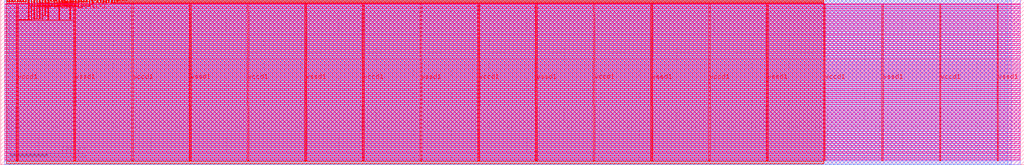
<source format=lef>
VERSION 5.7 ;
  NOWIREEXTENSIONATPIN ON ;
  DIVIDERCHAR "/" ;
  BUSBITCHARS "[]" ;
MACRO tt_um_as1802
  CLASS BLOCK ;
  FOREIGN tt_um_as1802 ;
  ORIGIN 0.000 0.000 ;
  SIZE 1362.520 BY 220.320 ;
  PIN clk
    DIRECTION INPUT ;
    USE SIGNAL ;
    PORT
      LAYER met4 ;
        RECT 158.550 219.150 158.850 220.320 ;
    END
  END clk
  PIN ena
    DIRECTION INPUT ;
    USE SIGNAL ;
    PORT
      LAYER met4 ;
        RECT 162.230 219.320 162.530 220.320 ;
    END
  END ena
  PIN rst_n
    DIRECTION INPUT ;
    USE SIGNAL ;
    PORT
      LAYER met4 ;
        RECT 154.870 218.100 155.170 220.320 ;
    END
  END rst_n
  PIN ui_in[0]
    DIRECTION INPUT ;
    USE SIGNAL ;
    PORT
      LAYER met4 ;
        RECT 151.190 216.740 151.490 220.320 ;
    END
  END ui_in[0]
  PIN ui_in[1]
    DIRECTION INPUT ;
    USE SIGNAL ;
    PORT
      LAYER met4 ;
        RECT 147.510 215.380 147.810 220.320 ;
    END
  END ui_in[1]
  PIN ui_in[2]
    DIRECTION INPUT ;
    USE SIGNAL ;
    PORT
      LAYER met4 ;
        RECT 143.830 216.740 144.130 220.320 ;
    END
  END ui_in[2]
  PIN ui_in[3]
    DIRECTION INPUT ;
    USE SIGNAL ;
    PORT
      LAYER met4 ;
        RECT 140.150 215.380 140.450 220.320 ;
    END
  END ui_in[3]
  PIN ui_in[4]
    DIRECTION INPUT ;
    USE SIGNAL ;
    PORT
      LAYER met4 ;
        RECT 136.470 215.380 136.770 220.320 ;
    END
  END ui_in[4]
  PIN ui_in[5]
    DIRECTION INPUT ;
    USE SIGNAL ;
    PORT
      LAYER met4 ;
        RECT 132.790 216.740 133.090 220.320 ;
    END
  END ui_in[5]
  PIN ui_in[6]
    DIRECTION INPUT ;
    USE SIGNAL ;
    PORT
      LAYER met4 ;
        RECT 129.110 216.740 129.410 220.320 ;
    END
  END ui_in[6]
  PIN ui_in[7]
    DIRECTION INPUT ;
    USE SIGNAL ;
    PORT
      LAYER met4 ;
        RECT 125.430 219.320 125.730 220.320 ;
    END
  END ui_in[7]
  PIN uio_in[0]
    DIRECTION INPUT ;
    USE SIGNAL ;
    PORT
      LAYER met4 ;
        RECT 121.750 214.020 122.050 220.320 ;
    END
  END uio_in[0]
  PIN uio_in[1]
    DIRECTION INPUT ;
    USE SIGNAL ;
    PORT
      LAYER met4 ;
        RECT 118.070 214.020 118.370 220.320 ;
    END
  END uio_in[1]
  PIN uio_in[2]
    DIRECTION INPUT ;
    USE SIGNAL ;
    PORT
      LAYER met4 ;
        RECT 114.390 218.100 114.690 220.320 ;
    END
  END uio_in[2]
  PIN uio_in[3]
    DIRECTION INPUT ;
    USE SIGNAL ;
    PORT
      LAYER met4 ;
        RECT 110.710 218.780 111.010 220.320 ;
    END
  END uio_in[3]
  PIN uio_in[4]
    DIRECTION INPUT ;
    USE SIGNAL ;
    PORT
      LAYER met4 ;
        RECT 107.030 218.780 107.330 220.320 ;
    END
  END uio_in[4]
  PIN uio_in[5]
    DIRECTION INPUT ;
    USE SIGNAL ;
    PORT
      LAYER met4 ;
        RECT 103.350 211.300 103.650 220.320 ;
    END
  END uio_in[5]
  PIN uio_in[6]
    DIRECTION INPUT ;
    USE SIGNAL ;
    PORT
      LAYER met4 ;
        RECT 99.670 216.060 99.970 220.320 ;
    END
  END uio_in[6]
  PIN uio_in[7]
    DIRECTION INPUT ;
    USE SIGNAL ;
    PORT
      LAYER met4 ;
        RECT 95.990 218.780 96.290 220.320 ;
    END
  END uio_in[7]
  PIN uio_oe[0]
    DIRECTION OUTPUT TRISTATE ;
    USE SIGNAL ;
    PORT
      LAYER met4 ;
        RECT 33.430 218.100 33.730 220.320 ;
    END
  END uio_oe[0]
  PIN uio_oe[1]
    DIRECTION OUTPUT TRISTATE ;
    USE SIGNAL ;
    PORT
      LAYER met4 ;
        RECT 29.750 218.780 30.050 220.320 ;
    END
  END uio_oe[1]
  PIN uio_oe[2]
    DIRECTION OUTPUT TRISTATE ;
    USE SIGNAL ;
    PORT
      LAYER met4 ;
        RECT 26.070 218.780 26.370 220.320 ;
    END
  END uio_oe[2]
  PIN uio_oe[3]
    DIRECTION OUTPUT TRISTATE ;
    USE SIGNAL ;
    PORT
      LAYER met4 ;
        RECT 22.390 218.100 22.690 220.320 ;
    END
  END uio_oe[3]
  PIN uio_oe[4]
    DIRECTION OUTPUT TRISTATE ;
    USE SIGNAL ;
    PORT
      LAYER met4 ;
        RECT 18.710 218.100 19.010 220.320 ;
    END
  END uio_oe[4]
  PIN uio_oe[5]
    DIRECTION OUTPUT TRISTATE ;
    USE SIGNAL ;
    PORT
      LAYER met4 ;
        RECT 15.030 218.780 15.330 220.320 ;
    END
  END uio_oe[5]
  PIN uio_oe[6]
    DIRECTION OUTPUT TRISTATE ;
    USE SIGNAL ;
    PORT
      LAYER met4 ;
        RECT 11.350 218.780 11.650 220.320 ;
    END
  END uio_oe[6]
  PIN uio_oe[7]
    DIRECTION OUTPUT TRISTATE ;
    USE SIGNAL ;
    PORT
      LAYER met4 ;
        RECT 7.670 218.780 7.970 220.320 ;
    END
  END uio_oe[7]
  PIN uio_out[0]
    DIRECTION OUTPUT TRISTATE ;
    USE SIGNAL ;
    PORT
      LAYER met4 ;
        RECT 62.870 193.620 63.170 220.320 ;
    END
  END uio_out[0]
  PIN uio_out[1]
    DIRECTION OUTPUT TRISTATE ;
    USE SIGNAL ;
    PORT
      LAYER met4 ;
        RECT 59.190 199.740 59.490 220.320 ;
    END
  END uio_out[1]
  PIN uio_out[2]
    DIRECTION OUTPUT TRISTATE ;
    USE SIGNAL ;
    PORT
      LAYER met4 ;
        RECT 55.510 193.620 55.810 220.320 ;
    END
  END uio_out[2]
  PIN uio_out[3]
    DIRECTION OUTPUT TRISTATE ;
    USE SIGNAL ;
    PORT
      LAYER met4 ;
        RECT 51.830 194.980 52.130 220.320 ;
    END
  END uio_out[3]
  PIN uio_out[4]
    DIRECTION OUTPUT TRISTATE ;
    USE SIGNAL ;
    PORT
      LAYER met4 ;
        RECT 48.150 195.660 48.450 220.320 ;
    END
  END uio_out[4]
  PIN uio_out[5]
    DIRECTION OUTPUT TRISTATE ;
    USE SIGNAL ;
    PORT
      LAYER met4 ;
        RECT 44.470 193.620 44.770 220.320 ;
    END
  END uio_out[5]
  PIN uio_out[6]
    DIRECTION OUTPUT TRISTATE ;
    USE SIGNAL ;
    PORT
      LAYER met4 ;
        RECT 40.790 193.620 41.090 220.320 ;
    END
  END uio_out[6]
  PIN uio_out[7]
    DIRECTION OUTPUT TRISTATE ;
    USE SIGNAL ;
    PORT
      LAYER met4 ;
        RECT 37.110 194.300 37.410 220.320 ;
    END
  END uio_out[7]
  PIN uo_out[0]
    DIRECTION OUTPUT TRISTATE ;
    USE SIGNAL ;
    PORT
      LAYER met4 ;
        RECT 92.310 193.620 92.610 220.320 ;
    END
  END uo_out[0]
  PIN uo_out[1]
    DIRECTION OUTPUT TRISTATE ;
    USE SIGNAL ;
    PORT
      LAYER met4 ;
        RECT 88.630 214.700 88.930 220.320 ;
    END
  END uo_out[1]
  PIN uo_out[2]
    DIRECTION OUTPUT TRISTATE ;
    USE SIGNAL ;
    PORT
      LAYER met4 ;
        RECT 84.950 218.780 85.250 220.320 ;
    END
  END uo_out[2]
  PIN uo_out[3]
    DIRECTION OUTPUT TRISTATE ;
    USE SIGNAL ;
    PORT
      LAYER met4 ;
        RECT 81.270 218.780 81.570 220.320 ;
    END
  END uo_out[3]
  PIN uo_out[4]
    DIRECTION OUTPUT TRISTATE ;
    USE SIGNAL ;
    PORT
      LAYER met4 ;
        RECT 77.590 193.620 77.890 220.320 ;
    END
  END uo_out[4]
  PIN uo_out[5]
    DIRECTION OUTPUT TRISTATE ;
    USE SIGNAL ;
    PORT
      LAYER met4 ;
        RECT 73.910 218.780 74.210 220.320 ;
    END
  END uo_out[5]
  PIN uo_out[6]
    DIRECTION OUTPUT TRISTATE ;
    USE SIGNAL ;
    PORT
      LAYER met4 ;
        RECT 70.230 218.780 70.530 220.320 ;
    END
  END uo_out[6]
  PIN uo_out[7]
    DIRECTION OUTPUT TRISTATE ;
    USE SIGNAL ;
    PORT
      LAYER met4 ;
        RECT 66.550 218.780 66.850 220.320 ;
    END
  END uo_out[7]
  PIN vccd1
    DIRECTION INOUT ;
    USE POWER ;
    PORT
      LAYER met4 ;
        RECT 21.040 5.200 22.640 215.120 ;
    END
    PORT
      LAYER met4 ;
        RECT 174.640 5.200 176.240 215.120 ;
    END
    PORT
      LAYER met4 ;
        RECT 328.240 5.200 329.840 215.120 ;
    END
    PORT
      LAYER met4 ;
        RECT 481.840 5.200 483.440 215.120 ;
    END
    PORT
      LAYER met4 ;
        RECT 635.440 5.200 637.040 215.120 ;
    END
    PORT
      LAYER met4 ;
        RECT 789.040 5.200 790.640 215.120 ;
    END
    PORT
      LAYER met4 ;
        RECT 942.640 5.200 944.240 215.120 ;
    END
    PORT
      LAYER met4 ;
        RECT 1096.240 5.200 1097.840 215.120 ;
    END
    PORT
      LAYER met4 ;
        RECT 1249.840 5.200 1251.440 215.120 ;
    END
  END vccd1
  PIN vssd1
    DIRECTION INOUT ;
    USE GROUND ;
    PORT
      LAYER met4 ;
        RECT 97.840 5.200 99.440 215.120 ;
    END
    PORT
      LAYER met4 ;
        RECT 251.440 5.200 253.040 215.120 ;
    END
    PORT
      LAYER met4 ;
        RECT 405.040 5.200 406.640 215.120 ;
    END
    PORT
      LAYER met4 ;
        RECT 558.640 5.200 560.240 215.120 ;
    END
    PORT
      LAYER met4 ;
        RECT 712.240 5.200 713.840 215.120 ;
    END
    PORT
      LAYER met4 ;
        RECT 865.840 5.200 867.440 215.120 ;
    END
    PORT
      LAYER met4 ;
        RECT 1019.440 5.200 1021.040 215.120 ;
    END
    PORT
      LAYER met4 ;
        RECT 1173.040 5.200 1174.640 215.120 ;
    END
    PORT
      LAYER met4 ;
        RECT 1326.640 5.200 1328.240 215.120 ;
    END
  END vssd1
  OBS
      LAYER nwell ;
        RECT 5.330 213.465 1357.190 215.070 ;
        RECT 5.330 208.025 1357.190 210.855 ;
        RECT 5.330 202.585 1357.190 205.415 ;
        RECT 5.330 197.145 1357.190 199.975 ;
        RECT 5.330 191.705 1357.190 194.535 ;
        RECT 5.330 186.265 1357.190 189.095 ;
        RECT 5.330 180.825 1357.190 183.655 ;
        RECT 5.330 175.385 1357.190 178.215 ;
        RECT 5.330 169.945 1357.190 172.775 ;
        RECT 5.330 164.505 1357.190 167.335 ;
        RECT 5.330 159.065 1357.190 161.895 ;
        RECT 5.330 153.625 1357.190 156.455 ;
        RECT 5.330 148.185 1357.190 151.015 ;
        RECT 5.330 142.745 1357.190 145.575 ;
        RECT 5.330 137.305 1357.190 140.135 ;
        RECT 5.330 131.865 1357.190 134.695 ;
        RECT 5.330 126.425 1357.190 129.255 ;
        RECT 5.330 120.985 1357.190 123.815 ;
        RECT 5.330 115.545 1357.190 118.375 ;
        RECT 5.330 110.105 1357.190 112.935 ;
        RECT 5.330 104.665 1357.190 107.495 ;
        RECT 5.330 99.225 1357.190 102.055 ;
        RECT 5.330 93.785 1357.190 96.615 ;
        RECT 5.330 88.345 1357.190 91.175 ;
        RECT 5.330 82.905 1357.190 85.735 ;
        RECT 5.330 77.465 1357.190 80.295 ;
        RECT 5.330 72.025 1357.190 74.855 ;
        RECT 5.330 66.585 1357.190 69.415 ;
        RECT 5.330 61.145 1357.190 63.975 ;
        RECT 5.330 55.705 1357.190 58.535 ;
        RECT 5.330 50.265 1357.190 53.095 ;
        RECT 5.330 44.825 1357.190 47.655 ;
        RECT 5.330 39.385 1357.190 42.215 ;
        RECT 5.330 33.945 1357.190 36.775 ;
        RECT 5.330 28.505 1357.190 31.335 ;
        RECT 5.330 23.065 1357.190 25.895 ;
        RECT 5.330 17.625 1357.190 20.455 ;
        RECT 5.330 12.185 1357.190 15.015 ;
        RECT 5.330 6.745 1357.190 9.575 ;
      LAYER li1 ;
        RECT 5.520 5.355 1357.000 214.965 ;
      LAYER met1 ;
        RECT 5.520 0.040 1357.000 220.280 ;
      LAYER met2 ;
        RECT 10.670 0.010 1344.940 220.310 ;
      LAYER met3 ;
        RECT 7.630 0.175 1340.375 220.145 ;
      LAYER met4 ;
        RECT 8.370 218.380 10.950 220.145 ;
        RECT 12.050 218.380 14.630 220.145 ;
        RECT 15.730 218.380 18.310 220.145 ;
        RECT 7.655 217.700 18.310 218.380 ;
        RECT 19.410 217.700 21.990 220.145 ;
        RECT 23.090 218.380 25.670 220.145 ;
        RECT 26.770 218.380 29.350 220.145 ;
        RECT 30.450 218.380 33.030 220.145 ;
        RECT 23.090 217.700 33.030 218.380 ;
        RECT 34.130 217.700 36.710 220.145 ;
        RECT 7.655 215.520 36.710 217.700 ;
        RECT 7.655 4.800 20.640 215.520 ;
        RECT 23.040 193.900 36.710 215.520 ;
        RECT 37.810 193.900 40.390 220.145 ;
        RECT 23.040 193.220 40.390 193.900 ;
        RECT 41.490 193.220 44.070 220.145 ;
        RECT 45.170 195.260 47.750 220.145 ;
        RECT 48.850 195.260 51.430 220.145 ;
        RECT 45.170 194.580 51.430 195.260 ;
        RECT 52.530 194.580 55.110 220.145 ;
        RECT 45.170 193.220 55.110 194.580 ;
        RECT 56.210 199.340 58.790 220.145 ;
        RECT 59.890 199.340 62.470 220.145 ;
        RECT 56.210 193.220 62.470 199.340 ;
        RECT 63.570 218.380 66.150 220.145 ;
        RECT 67.250 218.380 69.830 220.145 ;
        RECT 70.930 218.380 73.510 220.145 ;
        RECT 74.610 218.380 77.190 220.145 ;
        RECT 63.570 193.220 77.190 218.380 ;
        RECT 78.290 218.380 80.870 220.145 ;
        RECT 81.970 218.380 84.550 220.145 ;
        RECT 85.650 218.380 88.230 220.145 ;
        RECT 78.290 214.300 88.230 218.380 ;
        RECT 89.330 214.300 91.910 220.145 ;
        RECT 78.290 193.220 91.910 214.300 ;
        RECT 93.010 218.380 95.590 220.145 ;
        RECT 96.690 218.380 99.270 220.145 ;
        RECT 93.010 215.660 99.270 218.380 ;
        RECT 100.370 215.660 102.950 220.145 ;
        RECT 93.010 215.520 102.950 215.660 ;
        RECT 93.010 193.220 97.440 215.520 ;
        RECT 23.040 4.800 97.440 193.220 ;
        RECT 99.840 210.900 102.950 215.520 ;
        RECT 104.050 218.380 106.630 220.145 ;
        RECT 107.730 218.380 110.310 220.145 ;
        RECT 111.410 218.380 113.990 220.145 ;
        RECT 104.050 217.700 113.990 218.380 ;
        RECT 115.090 217.700 117.670 220.145 ;
        RECT 104.050 213.620 117.670 217.700 ;
        RECT 118.770 213.620 121.350 220.145 ;
        RECT 122.450 218.920 125.030 220.145 ;
        RECT 126.130 218.920 128.710 220.145 ;
        RECT 122.450 216.340 128.710 218.920 ;
        RECT 129.810 216.340 132.390 220.145 ;
        RECT 133.490 216.340 136.070 220.145 ;
        RECT 122.450 214.980 136.070 216.340 ;
        RECT 137.170 214.980 139.750 220.145 ;
        RECT 140.850 216.340 143.430 220.145 ;
        RECT 144.530 216.340 147.110 220.145 ;
        RECT 140.850 214.980 147.110 216.340 ;
        RECT 148.210 216.340 150.790 220.145 ;
        RECT 151.890 217.700 154.470 220.145 ;
        RECT 155.570 218.750 158.150 220.145 ;
        RECT 159.250 218.920 161.830 220.145 ;
        RECT 162.930 218.920 1095.425 220.145 ;
        RECT 159.250 218.750 1095.425 218.920 ;
        RECT 155.570 217.700 1095.425 218.750 ;
        RECT 151.890 216.340 1095.425 217.700 ;
        RECT 148.210 215.520 1095.425 216.340 ;
        RECT 148.210 214.980 174.240 215.520 ;
        RECT 122.450 213.620 174.240 214.980 ;
        RECT 104.050 210.900 174.240 213.620 ;
        RECT 99.840 4.800 174.240 210.900 ;
        RECT 176.640 4.800 251.040 215.520 ;
        RECT 253.440 4.800 327.840 215.520 ;
        RECT 330.240 4.800 404.640 215.520 ;
        RECT 407.040 4.800 481.440 215.520 ;
        RECT 483.840 4.800 558.240 215.520 ;
        RECT 560.640 4.800 635.040 215.520 ;
        RECT 637.440 4.800 711.840 215.520 ;
        RECT 714.240 4.800 788.640 215.520 ;
        RECT 791.040 4.800 865.440 215.520 ;
        RECT 867.840 4.800 942.240 215.520 ;
        RECT 944.640 4.800 1019.040 215.520 ;
        RECT 1021.440 4.800 1095.425 215.520 ;
        RECT 7.655 1.535 1095.425 4.800 ;
  END
END tt_um_as1802
END LIBRARY


</source>
